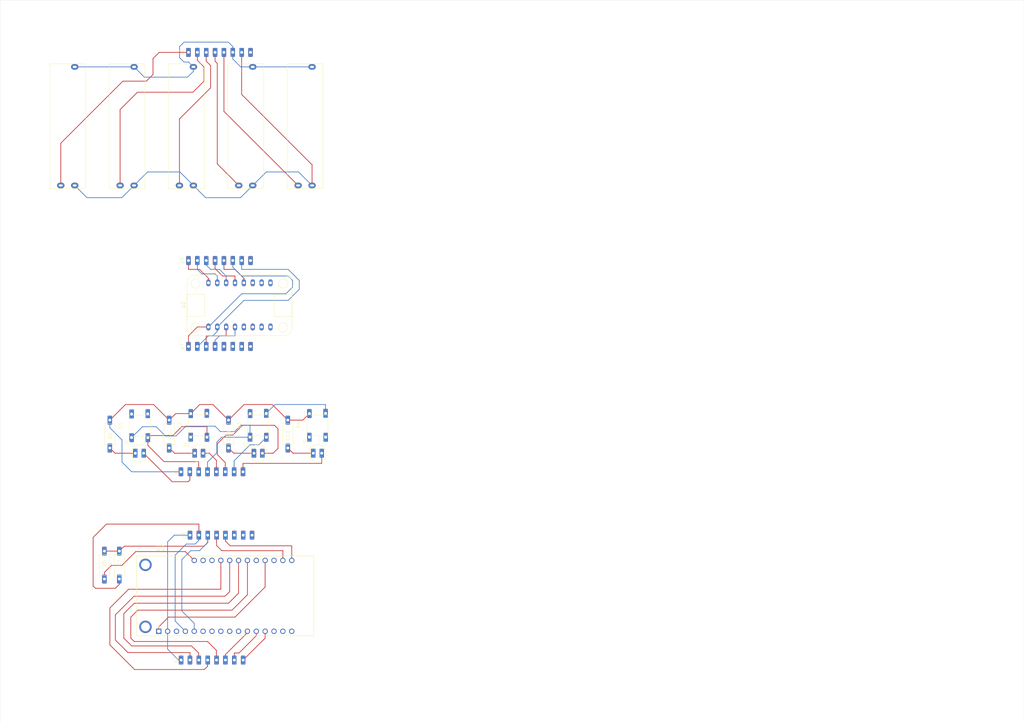
<source format=kicad_pcb>
(kicad_pcb (version 20241229) (generator "pcbnew") (generator_version "9.0")
  (layers (0 "F.Cu" signal) (4 "In1.Cu" signal) (6 "In2.Cu" signal) (2 "B.Cu" signal) (13 "F.Paste" user) (15 "B.Paste" user) (5 "F.SilkS" user "F.Silkscreen") (7 "B.SilkS" user "B.Silkscreen") (1 "F.Mask" user) (3 "B.Mask" user) (25 "Edge.Cuts" user))
  (net 0 "")
  (net 13 "Net-(U2-A0)")
  (net 14 "/3v")
  (net 15 "Net-(U2-A1)")
  (net 16 "Net-(U2-A2)")
  (net 17 "Net-(U2-A3)")
  (net 18 "Net-(U2-A4)")
  (net 19 "/GND")
  (net 20 "Net-(U1-ADC)")
  (net 21 "/VBAT")
  (net 22 "/SDA")
  (net 23 "/SCL")
  (net 24 "Net-(D1-P)")
  (net 25 "Net-(D2-P)")
  (net 26 "Net-(D3-P)")
  (net 27 "Net-(D4-P)")
  (net 30 "/D1")
  (net 31 "/D2")
  (net 32 "/D3")
  (net 33 "/D4")
  (net 34 "/S12")
  (net 35 "/TMP")
  (net 36 "/S34")
  (net 37 "/RST")
  (footprint "Adafruit:SWITCH_367" (layer "F.Cu") (at 41.91 123.312401 90)
    (property "Reference" "S1" (at 0 -5.5 90) (layer "F.SilkS") (effects (font (thickness 0.1))))
    (property "Value" "Mute1")
    (pad "1" thru_hole roundrect (at -3.408699 -2.340301 90) (size 2.54 1.27) (drill 0.8) (layers "*.Cu" "*.Mask") (roundrect_rratio 0.15) (net 35 "/TMP"))
    (pad "1" thru_hole roundrect (at 3.380729 -2.323701 90) (size 2.54 1.27) (drill 0.8) (layers "*.Cu" "*.Mask") (roundrect_rratio 0.15) (net 35 "/TMP"))
    (pad "2" thru_hole roundrect (at -3.433599 2.340918 90) (size 2.54 1.27) (drill 0.8) (layers "*.Cu" "*.Mask") (roundrect_rratio 0.15) (net 34 "/S12"))
    (pad "2" thru_hole roundrect (at 3.438829 2.307718 90) (size 2.54 1.27) (drill 0.8) (layers "*.Cu" "*.Mask") (roundrect_rratio 0.15) (net 34 "/S12"))
  )
  (footprint "SparkFun-Resistor:R_LinPot_C2031N" (layer "F.Cu") (at 70.295 54.418752 90)
    (property "Reference" "R4")
    (property "Value" "R_Pot_Slide35mm")
    (pad "1" thru_hole roundrect (at 0 4 90) (size 1.6 2.1) (drill oval 0.6 1.1) (layers "*.Cu" "*.Mask") (roundrect_rratio 0.5) (net 19 "/GND"))
    (pad "2" thru_hole roundrect (at 0 0 90) (size 1.6 2.1) (drill oval 0.6 1.1) (layers "*.Cu" "*.Mask") (roundrect_rratio 0.5) (net 17 "Net-(U2-A3)"))
    (pad "3" thru_hole roundrect (at 34 4 90) (size 1.6 2.1) (drill oval 0.6 1.1) (layers "*.Cu" "*.Mask") (roundrect_rratio 0.5) (net 14 "/3v"))
  )
  (footprint "Adafruit:SWITCH_367" (layer "F.Cu") (at 58.851 123.2 90)
    (property "Reference" "S2" (at 0 -5.5 90) (layer "F.SilkS") (effects (font (thickness 0.1))))
    (property "Value" "Mute2")
    (pad "1" thru_hole roundrect (at -3.408699 -2.340301 90) (size 2.54 1.27) (drill 0.8) (layers "*.Cu" "*.Mask") (roundrect_rratio 0.15) (net 14 "/3v"))
    (pad "1" thru_hole roundrect (at 3.380729 -2.323701 90) (size 2.54 1.27) (drill 0.8) (layers "*.Cu" "*.Mask") (roundrect_rratio 0.15) (net 14 "/3v"))
    (pad "2" thru_hole roundrect (at -3.433599 2.340918 90) (size 2.54 1.27) (drill 0.8) (layers "*.Cu" "*.Mask") (roundrect_rratio 0.15) (net 34 "/S12"))
    (pad "2" thru_hole roundrect (at 3.438829 2.307718 90) (size 2.54 1.27) (drill 0.8) (layers "*.Cu" "*.Mask") (roundrect_rratio 0.15) (net 34 "/S12"))
  )
  (footprint "Adafruit:LED_299" (layer "F.Cu") (at 58.851 131.2)
    (property "Reference" "D2" (at -3.5 -2.438158 0) (layer "F.SilkS") (effects (font (thickness 0.1))))
    (property "Value" "~")
    (pad "1" thru_hole roundrect (at -1.204734 0 90) (size 2.54 1.27) (drill 0.8) (layers "*.Cu" "*.Mask") (roundrect_rratio 0.15) (net 25 "Net-(D2-P)"))
    (pad "2" thru_hole roundrect (at 1.207809 0 90) (size 2.54 1.27) (drill 0.8) (layers "*.Cu" "*.Mask") (roundrect_rratio 0.15) (net 31 "/D2"))
  )
  (footprint "Adafruit:Resistor_2784" (layer "F.Cu") (at 84.351 125.7 -90)
    (property "Reference" "R11" (at 0.5 0 270) (layer "F.SilkS") (effects (font (thickness 0.1))))
    (property "Value" "330")
    (pad "1" thru_hole roundrect (at -4 0 270) (size 2.54 1.27) (drill 0.8) (layers "*.Cu" "*.Mask") (roundrect_rratio 0.15) (net 14 "/3v"))
    (pad "2" thru_hole roundrect (at 4 0 270) (size 2.54 1.27) (drill 0.8) (layers "*.Cu" "*.Mask") (roundrect_rratio 0.15) (net 27 "Net-(D4-P)"))
  )
  (footprint "Adafruit:LED_299" (layer "F.Cu") (at 75.851 131.2)
    (property "Reference" "D3" (at -3.5 -2.5 0) (layer "F.SilkS") (effects (font (thickness 0.1))))
    (property "Value" "~")
    (pad "1" thru_hole roundrect (at -1.204734 0 90) (size 2.54 1.27) (drill 0.8) (layers "*.Cu" "*.Mask") (roundrect_rratio 0.15) (net 26 "Net-(D3-P)"))
    (pad "2" thru_hole roundrect (at 1.207809 0 90) (size 2.54 1.27) (drill 0.8) (layers "*.Cu" "*.Mask") (roundrect_rratio 0.15) (net 32 "/D3"))
  )
  (footprint "Adafruit:Through Hole 0.1in 8 Pin" (layer "F.Cu") (at 53.766335 190.503382 90)
    (property "Reference" "p2" (at 0.003382 -1.696335 90) (layer "F.SilkS") (effects (font (thickness 0.1))))
    (property "Value" "~")
    (pad "1" thru_hole roundrect (at 0 0 270) (size 2.54 1.27) (drill 0.8) (layers "*.Cu" "*.Mask") (roundrect_rratio 0.15) (net 14 "/3v"))
    (pad "2" thru_hole roundrect (at 0.0166 2.541409 270) (size 2.54 1.27) (drill 0.8) (layers "*.Cu" "*.Mask") (roundrect_rratio 0.15) (net 30 "/D1"))
    (pad "3" thru_hole roundrect (at -0.001844 5.085151 270) (size 2.54 1.27) (drill 0.8) (layers "*.Cu" "*.Mask") (roundrect_rratio 0.15) (net 34 "/S12"))
    (pad "4" thru_hole roundrect (at 0 7.620504 270) (size 2.54 1.27) (drill 0.8) (layers "*.Cu" "*.Mask") (roundrect_rratio 0.15) (net 35 "/TMP"))
    (pad "5" thru_hole roundrect (at 0.003382 10.158161 270) (size 2.54 1.27) (drill 0.8) (layers "*.Cu" "*.Mask") (roundrect_rratio 0.15) (net 31 "/D2"))
    (pad "6" thru_hole roundrect (at 0.019982 12.69957 270) (size 2.54 1.27) (drill 0.8) (layers "*.Cu" "*.Mask") (roundrect_rratio 0.15) (net 32 "/D3"))
    (pad "7" thru_hole roundrect (at 0.001538 15.243312 270) (size 2.54 1.27) (drill 0.8) (layers "*.Cu" "*.Mask") (roundrect_rratio 0.15) (net 36 "/S34"))
    (pad "8" thru_hole roundrect (at 0.003382 17.778665 270) (size 2.54 1.27) (drill 0.8) (layers "*.Cu" "*.Mask") (roundrect_rratio 0.15) (net 33 "/D4"))
  )
  (footprint "SparkFun-Resistor:R_LinPot_C2031N" (layer "F.Cu") (at 19.295 54.418752 90)
    (property "Reference" "R1")
    (property "Value" "R_Pot_Slide35mm")
    (pad "1" thru_hole roundrect (at 0 4 90) (size 1.6 2.1) (drill oval 0.6 1.1) (layers "*.Cu" "*.Mask") (roundrect_rratio 0.5) (net 19 "/GND"))
    (pad "2" thru_hole roundrect (at 0 0 90) (size 1.6 2.1) (drill oval 0.6 1.1) (layers "*.Cu" "*.Mask") (roundrect_rratio 0.5) (net 13 "Net-(U2-A0)"))
    (pad "3" thru_hole roundrect (at 34 4 90) (size 1.6 2.1) (drill oval 0.6 1.1) (layers "*.Cu" "*.Mask") (roundrect_rratio 0.5) (net 14 "/3v"))
  )
  (footprint "SparkFun-Resistor:R_LinPot_C2031N" (layer "F.Cu") (at 53.295 54.418752 90)
    (property "Reference" "R3")
    (property "Value" "R_Pot_Slide35mm")
    (pad "1" thru_hole roundrect (at 0 4 90) (size 1.6 2.1) (drill oval 0.6 1.1) (layers "*.Cu" "*.Mask") (roundrect_rratio 0.5) (net 19 "/GND"))
    (pad "2" thru_hole roundrect (at 0 0 90) (size 1.6 2.1) (drill oval 0.6 1.1) (layers "*.Cu" "*.Mask") (roundrect_rratio 0.5) (net 16 "Net-(U2-A2)"))
    (pad "3" thru_hole roundrect (at 34 4 90) (size 1.6 2.1) (drill oval 0.6 1.1) (layers "*.Cu" "*.Mask") (roundrect_rratio 0.5) (net 14 "/3v"))
  )
  (footprint "Adafruit:XCVR_2821" (layer "F.Cu") (at 66.421 172.085)
    (property "Reference" "U1" (at -18.45375 -13.61757 0) (layer "F.SilkS") (effects (font (size 1.402945 1.402945))))
    (property "Value" "2821")
    (pad "" np_thru_hole circle (at 22.86 -9.525) (size 2.286 2.286) (drill 2.286) (layers "*.Cu" "*.Mask"))
    (pad "" np_thru_hole circle (at 22.86 9.525) (size 2.286 2.286) (drill 2.286) (layers "*.Cu" "*.Mask"))
    (pad "1" thru_hole rect (at -19.05 10.16) (size 1.508 1.508) (drill 1) (layers "*.Cu" "*.Mask") (net 37 "/RST"))
    (pad "2" thru_hole circle (at -16.51 10.16) (size 1.508 1.508) (drill 1) (layers "*.Cu" "*.Mask") (net 14 "/3v"))
    (pad "3" thru_hole circle (at -13.97 10.16) (size 1.508 1.508) (drill 1) (layers "*.Cu" "*.Mask"))
    (pad "4" thru_hole circle (at -11.43 10.16) (size 1.508 1.508) (drill 1) (layers "*.Cu" "*.Mask") (net 19 "/GND"))
    (pad "5" thru_hole circle (at -8.89 10.16) (size 1.508 1.508) (drill 1) (layers "*.Cu" "*.Mask") (net 20 "Net-(U1-ADC)"))
    (pad "6" thru_hole circle (at -6.35 10.16) (size 1.508 1.508) (drill 1) (layers "*.Cu" "*.Mask"))
    (pad "7" thru_hole circle (at -3.81 10.16) (size 1.508 1.508) (drill 1) (layers "*.Cu" "*.Mask"))
    (pad "8" thru_hole circle (at -1.27 10.16) (size 1.508 1.508) (drill 1) (layers "*.Cu" "*.Mask"))
    (pad "9" thru_hole circle (at 1.27 10.16) (size 1.508 1.508) (drill 1) (layers "*.Cu" "*.Mask"))
    (pad "10" thru_hole circle (at 3.81 10.16) (size 1.508 1.508) (drill 1) (layers "*.Cu" "*.Mask"))
    (pad "11" thru_hole circle (at 6.35 10.16) (size 1.508 1.508) (drill 1) (layers "*.Cu" "*.Mask") (net 32 "/D3"))
    (pad "12" thru_hole circle (at 8.89 10.16) (size 1.508 1.508) (drill 1) (layers "*.Cu" "*.Mask") (net 36 "/S34"))
    (pad "13" thru_hole circle (at 11.43 10.16) (size 1.508 1.508) (drill 1) (layers "*.Cu" "*.Mask") (net 33 "/D4"))
    (pad "14" thru_hole circle (at 13.97 10.16) (size 1.508 1.508) (drill 1) (layers "*.Cu" "*.Mask"))
    (pad "15" thru_hole circle (at 16.51 10.16) (size 1.508 1.508) (drill 1) (layers "*.Cu" "*.Mask"))
    (pad "16" thru_hole circle (at 19.05 10.16) (size 1.508 1.508) (drill 1) (layers "*.Cu" "*.Mask"))
    (pad "17" thru_hole circle (at -8.89 -10.16) (size 1.508 1.508) (drill 1) (layers "*.Cu" "*.Mask") (net 21 "/VBAT"))
    (pad "18" thru_hole circle (at -6.35 -10.16) (size 1.508 1.508) (drill 1) (layers "*.Cu" "*.Mask"))
    (pad "19" thru_hole circle (at -3.81 -10.16) (size 1.508 1.508) (drill 1) (layers "*.Cu" "*.Mask"))
    (pad "20" thru_hole circle (at -1.27 -10.16) (size 1.508 1.508) (drill 1) (layers "*.Cu" "*.Mask") (net 35 "/TMP"))
    (pad "21" thru_hole circle (at 1.27 -10.16) (size 1.508 1.508) (drill 1) (layers "*.Cu" "*.Mask") (net 30 "/D1"))
    (pad "22" thru_hole circle (at 3.81 -10.16) (size 1.508 1.508) (drill 1) (layers "*.Cu" "*.Mask") (net 34 "/S12"))
    (pad "23" thru_hole circle (at 6.35 -10.16) (size 1.508 1.508) (drill 1) (layers "*.Cu" "*.Mask") (net 31 "/D2"))
    (pad "24" thru_hole circle (at 8.89 -10.16) (size 1.508 1.508) (drill 1) (layers "*.Cu" "*.Mask"))
    (pad "25" thru_hole circle (at 11.43 -10.16) (size 1.508 1.508) (drill 1) (layers "*.Cu" "*.Mask") (net 37 "/RST"))
    (pad "26" thru_hole circle (at 13.97 -10.16) (size 1.508 1.508) (drill 1) (layers "*.Cu" "*.Mask"))
    (pad "27" thru_hole circle (at 16.51 -10.16) (size 1.508 1.508) (drill 1) (layers "*.Cu" "*.Mask") (net 23 "/SCL"))
    (pad "28" thru_hole circle (at 19.05 -10.16) (size 1.508 1.508) (drill 1) (layers "*.Cu" "*.Mask") (net 22 "/SDA"))
    (pad "S1" thru_hole circle (at -22.86 8.89) (size 3.556 3.556) (drill 2.54) (layers "*.Cu" "*.Mask"))
    (pad "S2" thru_hole circle (at -22.86 -8.89) (size 3.556 3.556) (drill 2.54) (layers "*.Cu" "*.Mask"))
  )
  (footprint "Adafruit:Through Hole 0.1in 8 Pin" (layer "F.Cu") (at 55.881335 75.949382 90)
    (property "Reference" "p5" (at 0 -1.906335 90) (layer "F.SilkS") (effects (font (thickness 0.1))))
    (property "Value" "~")
    (pad "1" thru_hole roundrect (at 0 0 270) (size 2.54 1.27) (drill 0.8) (layers "*.Cu" "*.Mask") (roundrect_rratio 0.15) (net 13 "Net-(U2-A0)"))
    (pad "2" thru_hole roundrect (at 0.0166 2.541409 270) (size 2.54 1.27) (drill 0.8) (layers "*.Cu" "*.Mask") (roundrect_rratio 0.15) (net 15 "Net-(U2-A1)"))
    (pad "3" thru_hole roundrect (at -0.001844 5.085151 270) (size 2.54 1.27) (drill 0.8) (layers "*.Cu" "*.Mask") (roundrect_rratio 0.15) (net 16 "Net-(U2-A2)"))
    (pad "4" thru_hole roundrect (at 0 7.620504 270) (size 2.54 1.27) (drill 0.8) (layers "*.Cu" "*.Mask") (roundrect_rratio 0.15) (net 17 "Net-(U2-A3)"))
    (pad "5" thru_hole roundrect (at 0.003382 10.158161 270) (size 2.54 1.27) (drill 0.8) (layers "*.Cu" "*.Mask") (roundrect_rratio 0.15) (net 18 "Net-(U2-A4)"))
    (pad "6" thru_hole roundrect (at 0.019982 12.69957 270) (size 2.54 1.27) (drill 0.8) (layers "*.Cu" "*.Mask") (roundrect_rratio 0.15) (net 14 "/3v"))
    (pad "7" thru_hole roundrect (at 0.001538 15.243312 270) (size 2.54 1.27) (drill 0.8) (layers "*.Cu" "*.Mask") (roundrect_rratio 0.15) (net 19 "/GND"))
    (pad "8" thru_hole roundrect (at 0.003382 17.778665 270) (size 2.54 1.27) (drill 0.8) (layers "*.Cu" "*.Mask") (roundrect_rratio 0.15))
  )
  (footprint "SparkFun-Resistor:R_LinPot_C2031N" (layer "F.Cu") (at 87.295 54.418752 90)
    (property "Reference" "R5")
    (property "Value" "R_Pot_Slide35mm")
    (pad "1" thru_hole roundrect (at 0 4 90) (size 1.6 2.1) (drill oval 0.6 1.1) (layers "*.Cu" "*.Mask") (roundrect_rratio 0.5) (net 19 "/GND"))
    (pad "2" thru_hole roundrect (at 0 0 90) (size 1.6 2.1) (drill oval 0.6 1.1) (layers "*.Cu" "*.Mask") (roundrect_rratio 0.5) (net 18 "Net-(U2-A4)"))
    (pad "3" thru_hole roundrect (at 34 4 90) (size 1.6 2.1) (drill oval 0.6 1.1) (layers "*.Cu" "*.Mask") (roundrect_rratio 0.5) (net 14 "/3v"))
  )
  (footprint "Adafruit:Resistor_2784" (layer "F.Cu") (at 36.068 163.258 90)
    (property "Reference" "R7" (at 0.5 0 90) (layer "F.SilkS") (effects (font (thickness 0.1))))
    (property "Value" "220K")
    (pad "1" thru_hole roundrect (at -4 0 90) (size 2.54 1.27) (drill 0.8) (layers "*.Cu" "*.Mask") (roundrect_rratio 0.15) (net 19 "/GND"))
    (pad "2" thru_hole roundrect (at 4 0 90) (size 2.54 1.27) (drill 0.8) (layers "*.Cu" "*.Mask") (roundrect_rratio 0.15) (net 20 "Net-(U1-ADC)"))
  )
  (footprint "Adafruit:Through Hole 0.1in 8 Pin" (layer "F.Cu") (at 56.316335 154.689382 90)
    (property "Reference" "p3" (at 0 -1.706335 90) (layer "F.SilkS") (effects (font (thickness 0.1))))
    (property "Value" "~")
    (pad "1" thru_hole roundrect (at 0 0 270) (size 2.54 1.27) (drill 0.8) (layers "*.Cu" "*.Mask") (roundrect_rratio 0.15) (net 14 "/3v"))
    (pad "2" thru_hole roundrect (at 0.0166 2.541409 270) (size 2.54 1.27) (drill 0.8) (layers "*.Cu" "*.Mask") (roundrect_rratio 0.15) (net 19 "/GND"))
    (pad "3" thru_hole roundrect (at -0.001844 5.085151 270) (size 2.54 1.27) (drill 0.8) (layers "*.Cu" "*.Mask") (roundrect_rratio 0.15) (net 20 "Net-(U1-ADC)"))
    (pad "4" thru_hole roundrect (at 0 7.620504 270) (size 2.54 1.27) (drill 0.8) (layers "*.Cu" "*.Mask") (roundrect_rratio 0.15) (net 23 "/SCL"))
    (pad "5" thru_hole roundrect (at 0.003382 10.158161 270) (size 2.54 1.27) (drill 0.8) (layers "*.Cu" "*.Mask") (roundrect_rratio 0.15) (net 22 "/SDA"))
    (pad "6" thru_hole roundrect (at 0.019982 12.69957 270) (size 2.54 1.27) (drill 0.8) (layers "*.Cu" "*.Mask") (roundrect_rratio 0.15))
    (pad "7" thru_hole roundrect (at 0.001538 15.243312 270) (size 2.54 1.27) (drill 0.8) (layers "*.Cu" "*.Mask") (roundrect_rratio 0.15))
    (pad "8" thru_hole roundrect (at 0.003382 17.778665 270) (size 2.54 1.27) (drill 0.8) (layers "*.Cu" "*.Mask") (roundrect_rratio 0.15))
  )
  (footprint "Adafruit:Through Hole 0.1in 8 Pin" (layer "F.Cu") (at 55.881335 16.259382 90)
    (property "Reference" "p6" (at 0 -1.906335 90) (layer "F.SilkS") (effects (font (thickness 0.1))))
    (property "Value" "~")
    (pad "1" thru_hole roundrect (at 0 0 270) (size 2.54 1.27) (drill 0.8) (layers "*.Cu" "*.Mask") (roundrect_rratio 0.15) (net 13 "Net-(U2-A0)"))
    (pad "2" thru_hole roundrect (at 0.0166 2.541409 270) (size 2.54 1.27) (drill 0.8) (layers "*.Cu" "*.Mask") (roundrect_rratio 0.15) (net 15 "Net-(U2-A1)"))
    (pad "3" thru_hole roundrect (at -0.001844 5.085151 270) (size 2.54 1.27) (drill 0.8) (layers "*.Cu" "*.Mask") (roundrect_rratio 0.15) (net 16 "Net-(U2-A2)"))
    (pad "4" thru_hole roundrect (at 0 7.620504 270) (size 2.54 1.27) (drill 0.8) (layers "*.Cu" "*.Mask") (roundrect_rratio 0.15) (net 17 "Net-(U2-A3)"))
    (pad "5" thru_hole roundrect (at 0.003382 10.158161 270) (size 2.54 1.27) (drill 0.8) (layers "*.Cu" "*.Mask") (roundrect_rratio 0.15) (net 18 "Net-(U2-A4)"))
    (pad "6" thru_hole roundrect (at 0.019982 12.69957 270) (size 2.54 1.27) (drill 0.8) (layers "*.Cu" "*.Mask") (roundrect_rratio 0.15) (net 14 "/3v"))
    (pad "7" thru_hole roundrect (at 0.001538 15.243312 270) (size 2.54 1.27) (drill 0.8) (layers "*.Cu" "*.Mask") (roundrect_rratio 0.15) (net 19 "/GND"))
    (pad "8" thru_hole roundrect (at 0.003382 17.778665 270) (size 2.54 1.27) (drill 0.8) (layers "*.Cu" "*.Mask") (roundrect_rratio 0.15))
  )
  (footprint "Adafruit:Resistor_2784" (layer "F.Cu") (at 50.351 125.7 -90)
    (property "Reference" "R9" (at 0.5 0 270) (layer "F.SilkS") (effects (font (thickness 0.1))))
    (property "Value" "330")
    (pad "1" thru_hole roundrect (at -4 0 270) (size 2.54 1.27) (drill 0.8) (layers "*.Cu" "*.Mask") (roundrect_rratio 0.15) (net 14 "/3v"))
    (pad "2" thru_hole roundrect (at 4 0 270) (size 2.54 1.27) (drill 0.8) (layers "*.Cu" "*.Mask") (roundrect_rratio 0.15) (net 25 "Net-(D2-P)"))
  )
  (footprint "Adafruit:LED_299" (layer "F.Cu") (at 92.851 131.188158)
    (property "Reference" "D4" (at -3.292191 -3.385526 0) (layer "F.SilkS") (effects (font (thickness 0.1))))
    (property "Value" "~")
    (pad "1" thru_hole roundrect (at -1.204734 0 90) (size 2.54 1.27) (drill 0.8) (layers "*.Cu" "*.Mask") (roundrect_rratio 0.15) (net 27 "Net-(D4-P)"))
    (pad "2" thru_hole roundrect (at 1.207809 0 90) (size 2.54 1.27) (drill 0.8) (layers "*.Cu" "*.Mask") (roundrect_rratio 0.15) (net 33 "/D4"))
  )
  (footprint "Adafruit:Resistor_2784" (layer "F.Cu") (at 67.351 125.7 -90)
    (property "Reference" "R10" (at 0.5 0 270) (layer "F.SilkS") (effects (font (thickness 0.1))))
    (property "Value" "330")
    (pad "1" thru_hole roundrect (at -4 0 270) (size 2.54 1.27) (drill 0.8) (layers "*.Cu" "*.Mask") (roundrect_rratio 0.15) (net 14 "/3v"))
    (pad "2" thru_hole roundrect (at 4 0 270) (size 2.54 1.27) (drill 0.8) (layers "*.Cu" "*.Mask") (roundrect_rratio 0.15) (net 26 "Net-(D3-P)"))
  )
  (footprint "Adafruit:Through Hole 0.1in 8 Pin" (layer "F.Cu") (at 53.722335 136.528382 90)
    (property "Reference" "p1" (at 0 -1.652335 90) (layer "F.SilkS") (effects (font (thickness 0.1))))
    (property "Value" "~")
    (pad "1" thru_hole roundrect (at 0 0 270) (size 2.54 1.27) (drill 0.8) (layers "*.Cu" "*.Mask") (roundrect_rratio 0.15) (net 14 "/3v"))
    (pad "2" thru_hole roundrect (at 0.0166 2.541409 270) (size 2.54 1.27) (drill 0.8) (layers "*.Cu" "*.Mask") (roundrect_rratio 0.15) (net 30 "/D1"))
    (pad "3" thru_hole roundrect (at -0.001844 5.085151 270) (size 2.54 1.27) (drill 0.8) (layers "*.Cu" "*.Mask") (roundrect_rratio 0.15) (net 34 "/S12"))
    (pad "4" thru_hole roundrect (at 0 7.620504 270) (size 2.54 1.27) (drill 0.8) (layers "*.Cu" "*.Mask") (roundrect_rratio 0.15) (net 35 "/TMP"))
    (pad "5" thru_hole roundrect (at 0.003382 10.158161 270) (size 2.54 1.27) (drill 0.8) (layers "*.Cu" "*.Mask") (roundrect_rratio 0.15) (net 31 "/D2"))
    (pad "6" thru_hole roundrect (at 0.019982 12.69957 270) (size 2.54 1.27) (drill 0.8) (layers "*.Cu" "*.Mask") (roundrect_rratio 0.15) (net 32 "/D3"))
    (pad "7" thru_hole roundrect (at 0.001538 15.243312 270) (size 2.54 1.27) (drill 0.8) (layers "*.Cu" "*.Mask") (roundrect_rratio 0.15) (net 36 "/S34"))
    (pad "8" thru_hole roundrect (at 0.003382 17.778665 270) (size 2.54 1.27) (drill 0.8) (layers "*.Cu" "*.Mask") (roundrect_rratio 0.15) (net 33 "/D4"))
  )
  (footprint "Adafruit:Through Hole 0.1in 8 Pin" (layer "F.Cu") (at 55.88 100.584 90)
    (property "Reference" "p4" (at 0 -1.901688 90) (layer "F.SilkS") (effects (font (thickness 0.1))))
    (property "Value" "~")
    (pad "1" thru_hole roundrect (at 0 0 270) (size 2.54 1.27) (drill 0.8) (layers "*.Cu" "*.Mask") (roundrect_rratio 0.15) (net 14 "/3v"))
    (pad "2" thru_hole roundrect (at 0.0166 2.541409 270) (size 2.54 1.27) (drill 0.8) (layers "*.Cu" "*.Mask") (roundrect_rratio 0.15) (net 19 "/GND"))
    (pad "3" thru_hole roundrect (at -0.001844 5.085151 270) (size 2.54 1.27) (drill 0.8) (layers "*.Cu" "*.Mask") (roundrect_rratio 0.15) (net 23 "/SCL"))
    (pad "4" thru_hole roundrect (at 0 7.620504 270) (size 2.54 1.27) (drill 0.8) (layers "*.Cu" "*.Mask") (roundrect_rratio 0.15) (net 22 "/SDA"))
    (pad "5" thru_hole roundrect (at 0.003382 10.158161 270) (size 2.54 1.27) (drill 0.8) (layers "*.Cu" "*.Mask") (roundrect_rratio 0.15))
    (pad "6" thru_hole roundrect (at 0.019982 12.69957 270) (size 2.54 1.27) (drill 0.8) (layers "*.Cu" "*.Mask") (roundrect_rratio 0.15))
    (pad "7" thru_hole roundrect (at 0.001538 15.243312 270) (size 2.54 1.27) (drill 0.8) (layers "*.Cu" "*.Mask") (roundrect_rratio 0.15))
    (pad "8" thru_hole roundrect (at 0.003382 17.778665 270) (size 2.54 1.27) (drill 0.8) (layers "*.Cu" "*.Mask") (roundrect_rratio 0.15))
  )
  (footprint "Adafruit:SWITCH_367" (layer "F.Cu") (at 75.851 123.2 90)
    (property "Reference" "S3" (at 0 -5.5 90) (layer "F.SilkS") (effects (font (thickness 0.1))))
    (property "Value" "Mute3")
    (pad "1" thru_hole roundrect (at -3.408699 -2.340301 90) (size 2.54 1.27) (drill 0.8) (layers "*.Cu" "*.Mask") (roundrect_rratio 0.15) (net 35 "/TMP"))
    (pad "1" thru_hole roundrect (at 3.380729 -2.323701 90) (size 2.54 1.27) (drill 0.8) (layers "*.Cu" "*.Mask") (roundrect_rratio 0.15) (net 35 "/TMP"))
    (pad "2" thru_hole roundrect (at -3.433599 2.340918 90) (size 2.54 1.27) (drill 0.8) (layers "*.Cu" "*.Mask") (roundrect_rratio 0.15) (net 36 "/S34"))
    (pad "2" thru_hole roundrect (at 3.438829 2.307718 90) (size 2.54 1.27) (drill 0.8) (layers "*.Cu" "*.Mask") (roundrect_rratio 0.15) (net 36 "/S34"))
  )
  (footprint "Adafruit:Resistor_2784" (layer "F.Cu") (at 33.351 125.7 -90)
    (property "Reference" "R8" (at 0.5 0 270) (layer "F.SilkS") (effects (font (thickness 0.1))))
    (property "Value" "330")
    (pad "1" thru_hole roundrect (at -4 0 270) (size 2.54 1.27) (drill 0.8) (layers "*.Cu" "*.Mask") (roundrect_rratio 0.15) (net 14 "/3v"))
    (pad "2" thru_hole roundrect (at 4 0 270) (size 2.54 1.27) (drill 0.8) (layers "*.Cu" "*.Mask") (roundrect_rratio 0.15) (net 24 "Net-(D1-P)"))
  )
  (footprint "Adafruit:LED_299" (layer "F.Cu") (at 41.851 131.2)
    (property "Reference" "D1" (at -3.292191 -3 0) (layer "F.SilkS") (effects (font (thickness 0.1))))
    (property "Value" "~")
    (pad "1" thru_hole roundrect (at -1.204734 0 90) (size 2.54 1.27) (drill 0.8) (layers "*.Cu" "*.Mask") (roundrect_rratio 0.15) (net 24 "Net-(D1-P)"))
    (pad "2" thru_hole roundrect (at 1.207809 0 90) (size 2.54 1.27) (drill 0.8) (layers "*.Cu" "*.Mask") (roundrect_rratio 0.15) (net 30 "/D1"))
  )
  (footprint "SparkFun-Resistor:R_LinPot_C2031N" (layer "F.Cu") (at 36.295 54.418752 90)
    (property "Reference" "R2")
    (property "Value" "R_Pot_Slide35mm")
    (pad "1" thru_hole roundrect (at 0 4 90) (size 1.6 2.1) (drill oval 0.6 1.1) (layers "*.Cu" "*.Mask") (roundrect_rratio 0.5) (net 19 "/GND"))
    (pad "2" thru_hole roundrect (at 0 0 90) (size 1.6 2.1) (drill oval 0.6 1.1) (layers "*.Cu" "*.Mask") (roundrect_rratio 0.5) (net 15 "Net-(U2-A1)"))
    (pad "3" thru_hole roundrect (at 34 4 90) (size 1.6 2.1) (drill oval 0.6 1.1) (layers "*.Cu" "*.Mask") (roundrect_rratio 0.5) (net 14 "/3v"))
  )
  (footprint "Adafruit:ADC_5836" (layer "F.Cu") (at 55.455568 80.125773)
    (property "Reference" "U2" (at -1 8.5 90) (layer "F.SilkS"))
    (property "Value" "5836")
    (pad "1" thru_hole oval (at 6.14228 2.207475) (size 1.2 2) (drill 0.8) (layers "*.Cu" "*.Mask") (net 13 "Net-(U2-A0)"))
    (pad "2" thru_hole oval (at 8.68228 2.207475) (size 1.2 2) (drill 0.8) (layers "*.Cu" "*.Mask") (net 15 "Net-(U2-A1)"))
    (pad "3" thru_hole oval (at 11.22228 2.207475) (size 1.2 2) (drill 0.8) (layers "*.Cu" "*.Mask") (net 16 "Net-(U2-A2)"))
    (pad "4" thru_hole oval (at 13.76228 2.207475) (size 1.2 2) (drill 0.8) (layers "*.Cu" "*.Mask") (net 17 "Net-(U2-A3)"))
    (pad "5" thru_hole oval (at 16.30228 2.207475) (size 1.2 2) (drill 0.8) (layers "*.Cu" "*.Mask") (net 18 "Net-(U2-A4)"))
    (pad "6" thru_hole oval (at 18.84228 2.207475) (size 1.2 2) (drill 0.8) (layers "*.Cu" "*.Mask"))
    (pad "7" thru_hole oval (at 21.38228 2.207475) (size 1.2 2) (drill 0.8) (layers "*.Cu" "*.Mask"))
    (pad "8" thru_hole oval (at 23.92228 2.207475) (size 1.2 2) (drill 0.8) (layers "*.Cu" "*.Mask"))
    (pad "9" thru_hole oval (at 23.919432 14.870227) (size 1.2 2) (drill 0.8) (layers "*.Cu" "*.Mask"))
    (pad "10" thru_hole oval (at 21.379432 14.870227) (size 1.2 2) (drill 0.8) (layers "*.Cu" "*.Mask"))
    (pad "11" thru_hole oval (at 18.839432 14.870227) (size 1.2 2) (drill 0.8) (layers "*.Cu" "*.Mask"))
    (pad "12" thru_hole oval (at 16.299432 14.870227) (size 1.2 2) (drill 0.8) (layers "*.Cu" "*.Mask"))
    (pad "13" thru_hole oval (at 13.759432 14.870227) (size 1.2 2) (drill 0.8) (layers "*.Cu" "*.Mask") (net 22 "/SDA"))
    (pad "14" thru_hole oval (at 11.219432 14.870227) (size 1.2 2) (drill 0.8) (layers "*.Cu" "*.Mask") (net 23 "/SCL"))
    (pad "15" thru_hole oval (at 8.679432 14.870227) (size 1.2 2) (drill 0.8) (layers "*.Cu" "*.Mask") (net 19 "/GND"))
    (pad "16" thru_hole oval (at 6.139432 14.870227) (size 1.2 2) (drill 0.8) (layers "*.Cu" "*.Mask") (net 14 "/3v"))
  )
  (footprint "Adafruit:Resistor_2784" (layer "F.Cu") (at 31.795 163.258 90)
    (property "Reference" "R6" (at 0.5 0 90) (layer "F.SilkS") (effects (font (thickness 0.1))))
    (property "Value" "1M")
    (pad "1" thru_hole roundrect (at -4 0 90) (size 2.54 1.27) (drill 0.8) (layers "*.Cu" "*.Mask") (roundrect_rratio 0.15) (net 21 "/VBAT"))
    (pad "2" thru_hole roundrect (at 4 0 90) (size 2.54 1.27) (drill 0.8) (layers "*.Cu" "*.Mask") (roundrect_rratio 0.15) (net 20 "Net-(U1-ADC)"))
  )
  (footprint "Adafruit:SWITCH_367" (layer "F.Cu") (at 92.851 123.188158 90)
    (property "Reference" "S4" (at 0 -5.5 90) (layer "F.SilkS") (effects (font (thickness 0.1))))
    (property "Value" "Mute4")
    (pad "1" thru_hole roundrect (at -3.408699 -2.340301 90) (size 2.54 1.27) (drill 0.8) (layers "*.Cu" "*.Mask") (roundrect_rratio 0.15) (net 14 "/3v"))
    (pad "1" thru_hole roundrect (at 3.380729 -2.323701 90) (size 2.54 1.27) (drill 0.8) (layers "*.Cu" "*.Mask") (roundrect_rratio 0.15) (net 14 "/3v"))
    (pad "2" thru_hole roundrect (at -3.433599 2.340918 90) (size 2.54 1.27) (drill 0.8) (layers "*.Cu" "*.Mask") (roundrect_rratio 0.15) (net 36 "/S34"))
    (pad "2" thru_hole roundrect (at 3.438829 2.307718 90) (size 2.54 1.27) (drill 0.8) (layers "*.Cu" "*.Mask") (roundrect_rratio 0.15) (net 36 "/S34"))
  )
  (gr_rect (start 1.905 1.27) (end 295.275 208.28) (stroke (width 0.05)) (fill no) (layer "Edge.Cuts"))
  (segment (start 59.055 78.486) (end 55.881335 78.486) (width 0.2) (layer "F.Cu") (net 13))
  (segment (start 37.084 24.511) (end 43.815 24.511) (width 0.2) (layer "F.Cu") (net 13))
  (segment (start 61.597848 82.333248) (end 61.597848 81.028848) (width 0.2) (layer "F.Cu") (net 13))
  (segment (start 55.881335 78.486) (end 55.881335 75.949382) (width 0.2) (layer "F.Cu") (net 13))
  (segment (start 47.494618 16.259382) (end 55.881335 16.259382) (width 0.2) (layer "F.Cu") (net 13))
  (segment (start 61.597848 81.028848) (end 59.055 78.486) (width 0.2) (layer "F.Cu") (net 13))
  (segment (start 43.815 24.511) (end 45.72 22.606) (width 0.2) (layer "F.Cu") (net 13))
  (segment (start 19.295 42.3) (end 37.084 24.511) (width 0.2) (layer "F.Cu") (net 13))
  (segment (start 19.295 54.418752) (end 19.295 42.3) (width 0.2) (layer "F.Cu") (net 13))
  (segment (start 45.72 22.606) (end 45.72 18.034) (width 0.2) (layer "F.Cu") (net 13))
  (segment (start 45.72 18.034) (end 47.494618 16.259382) (width 0.2) (layer "F.Cu") (net 13))
  (segment (start 59.12557 117.221) (end 62.872 117.221) (width 0.2) (layer "F.Cu") (net 14))
  (segment (start 84.351 121.7) (end 88.634728 121.7) (width 0.2) (layer "F.Cu") (net 14))
  (segment (start 61.595 94.996) (end 58.42 94.996) (width 0.2) (layer "F.Cu") (net 14))
  (segment (start 79.872 117.221) (end 71.83 117.221) (width 0.2) (layer "F.Cu") (net 14))
  (segment (start 62.872 117.221) (end 67.351 121.7) (width 0.2) (layer "F.Cu") (net 14))
  (segment (start 55.88 97.536) (end 55.88 100.584) (width 0.2) (layer "F.Cu") (net 14))
  (segment (start 52.231729 119.819271) (end 56.527299 119.819271) (width 0.2) (layer "F.Cu") (net 14))
  (segment (start 50.351 121.7) (end 52.231729 119.819271) (width 0.2) (layer "F.Cu") (net 14))
  (segment (start 37.83 117.221) (end 33.351 121.7) (width 0.2) (layer "F.Cu") (net 14))
  (segment (start 50.351 121.7) (end 45.872 117.221) (width 0.2) (layer "F.Cu") (net 14))
  (segment (start 45.872 117.221) (end 37.83 117.221) (width 0.2) (layer "F.Cu") (net 14))
  (segment (start 58.42 94.996) (end 55.88 97.536) (width 0.2) (layer "F.Cu") (net 14))
  (segment (start 88.634728 121.7) (end 90.527299 119.807429) (width 0.2) (layer "F.Cu") (net 14))
  (segment (start 56.527299 119.819271) (end 59.12557 117.221) (width 0.2) (layer "F.Cu") (net 14))
  (segment (start 71.83 117.221) (end 67.351 121.7) (width 0.2) (layer "F.Cu") (net 14))
  (segment (start 84.351 121.7) (end 79.872 117.221) (width 0.2) (layer "F.Cu") (net 14))
  (segment (start 51.812618 154.689382) (end 56.316335 154.689382) (width 0.2) (layer "B.Cu") (net 14))
  (segment (start 33.351 123.902) (end 33.351 121.7) (width 0.2) (layer "B.Cu") (net 14))
  (segment (start 67.31 13.335) (end 54.61 13.335) (width 0.2) (layer "B.Cu") (net 14))
  (segment (start 55.926248 19.05) (end 57.295 20.418752) (width 0.2) (layer "B.Cu") (net 14))
  (segment (start 70.839562 20.418752) (end 74.295 20.418752) (width 0.2) (layer "B.Cu") (net 14))
  (segment (start 61.595 94.996) (end 71.12 85.471) (width 0.2) (layer "B.Cu") (net 14))
  (segment (start 49.911 182.245) (end 49.911 156.591) (width 0.2) (layer "B.Cu") (net 14))
  (segment (start 49.911 156.591) (end 51.812618 154.689382) (width 0.2) (layer "B.Cu") (net 14))
  (segment (start 53.722335 136.528382) (end 39.627382 136.528382) (width 0.2) (layer "B.Cu") (net 14))
  (segment (start 68.580905 16.2394) (end 68.580905 18.160095) (width 0.2) (layer "B.Cu") (net 14))
  (segment (start 85.725 81.661) (end 84.455 80.391) (width 0.2) (layer "B.Cu") (net 14))
  (segment (start 74.295 20.418752) (end 91.295 20.418752) (width 0.2) (layer "B.Cu") (net 14))
  (segment (start 40.295 20.418752) (end 23.295 20.418752) (width 0.2) (layer "B.Cu") (net 14))
  (segment (start 85.725 83.566) (end 85.725 81.661) (width 0.2) (layer "B.Cu") (net 14))
  (segment (start 71.12 80.391) (end 68.580905 77.851905) (width 0.2) (layer "B.Cu") (net 14))
  (segment (start 55.626 23.368) (end 57.295 21.699) (width 0.2) (layer "B.Cu") (net 14))
  (segment (start 49.911 187.367523) (end 53.046859 190.503382) (width 0.2) (layer "B.Cu") (net 14))
  (segment (start 68.580905 77.851905) (end 68.580905 75.9294) (width 0.2) (layer "B.Cu") (net 14))
  (segment (start 71.12 85.471) (end 83.82 85.471) (width 0.2) (layer "B.Cu") (net 14))
  (segment (start 68.580905 18.160095) (end 70.839562 20.418752) (width 0.2) (layer "B.Cu") (net 14))
  (segment (start 36.83 127.381) (end 33.351 123.902) (width 0.2) (layer "B.Cu") (net 14))
  (segment (start 53.34 14.605) (end 53.34 17.78) (width 0.2) (layer "B.Cu") (net 14))
  (segment (start 83.82 85.471) (end 85.725 83.566) (width 0.2) (layer "B.Cu") (net 14))
  (segment (start 57.295 21.699) (end 57.295 20.418752) (width 0.2) (layer "B.Cu") (net 14))
  (segment (start 36.83 133.731) (end 36.83 127.381) (width 0.2) (layer "B.Cu") (net 14))
  (segment (start 54.61 19.05) (end 55.926248 19.05) (width 0.2) (layer "B.Cu") (net 14))
  (segment (start 40.295 20.418752) (end 43.244248 23.368) (width 0.2) (layer "B.Cu") (net 14))
  (segment (start 68.580905 14.605905) (end 67.31 13.335) (width 0.2) (layer "B.Cu") (net 14))
  (segment (start 49.911 182.245) (end 49.911 187.367523) (width 0.2) (layer "B.Cu") (net 14))
  (segment (start 39.627382 136.528382) (end 36.83 133.731) (width 0.2) (layer "B.Cu") (net 14))
  (segment (start 43.244248 23.368) (end 55.626 23.368) (width 0.2) (layer "B.Cu") (net 14))
  (segment (start 68.580905 16.2394) (end 68.580905 14.605905) (width 0.2) (layer "B.Cu") (net 14))
  (segment (start 53.046859 190.503382) (end 53.766335 190.503382) (width 0.2) (layer "B.Cu") (net 14))
  (segment (start 53.34 17.78) (end 54.61 19.05) (width 0.2) (layer "B.Cu") (net 14))
  (segment (start 84.455 80.391) (end 71.12 80.391) (width 0.2) (layer "B.Cu") (net 14))
  (segment (start 54.61 13.335) (end 53.34 14.605) (width 0.2) (layer "B.Cu") (net 14))
  (segment (start 58.422744 18.544744) (end 60.325 20.447) (width 0.2) (layer "F.Cu") (net 15))
  (segment (start 36.295 32.666) (end 41.275 27.686) (width 0.2) (layer "F.Cu") (net 15))
  (segment (start 57.15 27.686) (end 60.325 24.511) (width 0.2) (layer "F.Cu") (net 15))
  (segment (start 41.275 27.686) (end 57.15 27.686) (width 0.2) (layer "F.Cu") (net 15))
  (segment (start 36.295 54.418752) (end 36.295 32.666) (width 0.2) (layer "F.Cu") (net 15))
  (segment (start 58.422744 16.242782) (end 58.422744 18.544744) (width 0.2) (layer "F.Cu") (net 15))
  (segment (start 60.325 24.511) (end 60.325 20.447) (width 0.2) (layer "F.Cu") (net 15))
  (segment (start 58.422744 78.488744) (end 58.422744 75.932782) (width 0.2) (layer "B.Cu") (net 15))
  (segment (start 64.137848 82.333248) (end 64.137848 80.393848) (width 0.2) (layer "B.Cu") (net 15))
  (segment (start 63.5 79.756) (end 59.69 79.756) (width 0.2) (layer "B.Cu") (net 15))
  (segment (start 59.69 79.756) (end 58.422744 78.488744) (width 0.2) (layer "B.Cu") (net 15))
  (segment (start 64.137848 80.393848) (end 63.5 79.756) (width 0.2) (layer "B.Cu") (net 15))
  (segment (start 60.966486 18.789514) (end 60.966486 16.261226) (width 0.2) (layer "F.Cu") (net 16))
  (segment (start 53.295 35.351) (end 62.23 26.416) (width 0.2) (layer "F.Cu") (net 16))
  (segment (start 62.23 26.416) (end 62.23 20.053028) (width 0.2) (layer "F.Cu") (net 16))
  (segment (start 53.295 54.418752) (end 53.295 35.351) (width 0.2) (layer "F.Cu") (net 16))
  (segment (start 62.23 20.053028) (end 60.966486 18.789514) (width 0.2) (layer "F.Cu") (net 16))
  (segment (start 66.677848 80.393848) (end 64.77 78.486) (width 0.2) (layer "B.Cu") (net 16))
  (segment (start 62.23 78.486) (end 60.966486 77.222486) (width 0.2) (layer "B.Cu") (net 16))
  (segment (start 60.966486 77.222486) (end 60.966486 75.951226) (width 0.2) (layer "B.Cu") (net 16))
  (segment (start 66.677848 82.333248) (end 66.677848 80.393848) (width 0.2) (layer "B.Cu") (net 16))
  (segment (start 64.77 78.486) (end 62.23 78.486) (width 0.2) (layer "B.Cu") (net 16))
  (segment (start 63.501839 18.797839) (end 63.501839 16.259382) (width 0.2) (layer "F.Cu") (net 17))
  (segment (start 69.217848 80.391) (end 65.659 80.391) (width 0.2) (layer "F.Cu") (net 17))
  (segment (start 65.659 80.391) (end 63.501839 78.233839) (width 0.2) (layer "F.Cu") (net 17))
  (segment (start 64.135 19.431) (end 63.501839 18.797839) (width 0.2) (layer "F.Cu") (net 17))
  (segment (start 69.217848 82.333248) (end 69.217848 80.391) (width 0.2) (layer "F.Cu") (net 17))
  (segment (start 63.501839 78.233839) (end 63.501839 75.949382) (width 0.2) (layer "F.Cu") (net 17))
  (segment (start 70.295 54.418752) (end 64.135 48.258752) (width 0.2) (layer "F.Cu") (net 17))
  (segment (start 64.135 48.258752) (end 64.135 19.431) (width 0.2) (layer "F.Cu") (net 17))
  (segment (start 71.757848 81.028848) (end 69.215 78.486) (width 0.2) (layer "F.Cu") (net 18))
  (segment (start 71.757848 82.333248) (end 71.757848 81.028848) (width 0.2) (layer "F.Cu") (net 18))
  (segment (start 87.295 54.418752) (end 66.039496 33.163248) (width 0.2) (layer "F.Cu") (net 18))
  (segment (start 66.039496 78.486) (end 66.039496 75.946) (width 0.2) (layer "F.Cu") (net 18))
  (segment (start 69.215 78.486) (end 66.039496 78.486) (width 0.2) (layer "F.Cu") (net 18))
  (segment (start 66.039496 33.163248) (end 66.039496 16.256) (width 0.2) (layer "F.Cu") (net 18))
  (segment (start 32.385 151.511) (end 28.575 155.321) (width 0.2) (layer "F.Cu") (net 19))
  (segment (start 29.21 169.926) (end 34.925 169.926) (width 0.2) (layer "F.Cu") (net 19))
  (segment (start 58.857744 154.672782) (end 58.857744 151.511) (width 0.2) (layer "F.Cu") (net 19))
  (segment (start 58.857744 151.511) (end 32.385 151.511) (width 0.2) (layer "F.Cu") (net 19))
  (segment (start 36.068 168.783) (end 36.068 167.258) (width 0.2) (layer "F.Cu") (net 19))
  (segment (start 71.124647 28.325647) (end 91.295 48.496) (width 0.2) (layer "F.Cu") (net 19))
  (segment (start 34.925 169.926) (end 36.068 168.783) (width 0.2) (layer "F.Cu") (net 19))
  (segment (start 28.575 169.291) (end 29.21 169.926) (width 0.2) (layer "F.Cu") (net 19))
  (segment (start 71.124647 16.257844) (end 71.124647 28.325647) (width 0.2) (layer "F.Cu") (net 19))
  (segment (start 91.295 48.496) (end 91.295 54.418752) (width 0.2) (layer "F.Cu") (net 19))
  (segment (start 28.575 155.321) (end 28.575 169.291) (width 0.2) (layer "F.Cu") (net 19))
  (segment (start 57.785 157.226) (end 58.857744 156.153256) (width 0.2) (layer "B.Cu") (net 19))
  (segment (start 87.63 81.661) (end 84.455 78.486) (width 0.2) (layer "B.Cu") (net 19))
  (segment (start 84.455 87.376) (end 87.63 84.201) (width 0.2) (layer "B.Cu") (net 19))
  (segment (start 71.755 87.376) (end 84.455 87.376) (width 0.2) (layer "B.Cu") (net 19))
  (segment (start 62.865 97.536) (end 64.135 96.266) (width 0.2) (layer "B.Cu") (net 19))
  (segment (start 64.135 96.266) (end 64.135 94.996) (width 0.2) (layer "B.Cu") (net 19))
  (segment (start 84.455 78.486) (end 71.124647 78.486) (width 0.2) (layer "B.Cu") (net 19))
  (segment (start 71.124647 78.486) (end 71.124647 75.947844) (width 0.2) (layer "B.Cu") (net 19))
  (segment (start 57.295 54.418752) (end 60.788248 57.912) (width 0.2) (layer "B.Cu") (net 19))
  (segment (start 64.135 94.996) (end 71.755 87.376) (width 0.2) (layer "B.Cu") (net 19))
  (segment (start 87.422248 50.546) (end 91.295 54.418752) (width 0.2) (layer "B.Cu") (net 19))
  (segment (start 44.167752 50.546) (end 40.295 54.418752) (width 0.2) (layer "B.Cu") (net 19))
  (segment (start 23.295 54.418752) (end 26.788248 57.912) (width 0.2) (layer "B.Cu") (net 19))
  (segment (start 54.991 182.245) (end 52.07 179.324) (width 0.2) (layer "B.Cu") (net 19))
  (segment (start 52.07 160.401) (end 55.245 157.226) (width 0.2) (layer "B.Cu") (net 19))
  (segment (start 61.578035 97.536) (end 62.865 97.536) (width 0.2) (layer "B.Cu") (net 19))
  (segment (start 26.788248 57.912) (end 36.801752 57.912) (width 0.2) (layer "B.Cu") (net 19))
  (segment (start 57.295 54.418752) (end 53.422248 50.546) (width 0.2) (layer "B.Cu") (net 19))
  (segment (start 55.245 157.226) (end 57.785 157.226) (width 0.2) (layer "B.Cu") (net 19))
  (segment (start 60.788248 57.912) (end 70.801752 57.912) (width 0.2) (layer "B.Cu") (net 19))
  (segment (start 70.801752 57.912) (end 74.295 54.418752) (width 0.2) (layer "B.Cu") (net 19))
  (segment (start 78.167752 50.546) (end 87.422248 50.546) (width 0.2) (layer "B.Cu") (net 19))
  (segment (start 36.801752 57.912) (end 40.295 54.418752) (width 0.2) (layer "B.Cu") (net 19))
  (segment (start 87.63 84.201) (end 87.63 81.661) (width 0.2) (layer "B.Cu") (net 19))
  (segment (start 58.418097 100.695938) (end 61.578035 97.536) (width 0.2) (layer "B.Cu") (net 19))
  (segment (start 53.422248 50.546) (end 44.167752 50.546) (width 0.2) (layer "B.Cu") (net 19))
  (segment (start 52.07 179.324) (end 52.07 160.401) (width 0.2) (layer "B.Cu") (net 19))
  (segment (start 58.857744 156.153256) (end 58.857744 154.672782) (width 0.2) (layer "B.Cu") (net 19))
  (segment (start 74.295 54.418752) (end 78.167752 50.546) (width 0.2) (layer "B.Cu") (net 19))
  (segment (start 61.401486 154.691226) (end 61.401486 156.784514) (width 0.2) (layer "F.Cu") (net 20))
  (segment (start 61.401486 156.784514) (end 60.325 157.861) (width 0.2) (layer "F.Cu") (net 20))
  (segment (start 31.795 159.258) (end 36.068 159.258) (width 0.2) (layer "F.Cu") (net 20))
  (segment (start 37.465 157.861) (end 60.325 157.861) (width 0.2) (layer "F.Cu") (net 20))
  (segment (start 36.068 159.258) (end 37.465 157.861) (width 0.2) (layer "F.Cu") (net 20))
  (segment (start 61.401486 156.784514) (end 61.401486 154.691226) (width 0.2) (layer "B.Cu") (net 20))
  (segment (start 53.975 161.671) (end 56.515 159.131) (width 0.2) (layer "B.Cu") (net 20))
  (segment (start 57.531 179.959) (end 53.975 176.403) (width 0.2) (layer "B.Cu") (net 20))
  (segment (start 57.531 182.245) (end 57.531 179.959) (width 0.2) (layer "B.Cu") (net 20))
  (segment (start 56.515 159.131) (end 59.055 159.131) (width 0.2) (layer "B.Cu") (net 20))
  (segment (start 53.975 176.403) (end 53.975 161.671) (width 0.2) (layer "B.Cu") (net 20))
  (segment (start 59.055 159.131) (end 61.401486 156.784514) (width 0.2) (layer "B.Cu") (net 20))
  (segment (start 31.795 165.366) (end 31.795 167.258) (width 0.2) (layer "F.Cu") (net 21))
  (segment (start 36.795 163.366) (end 33.795 163.366) (width 0.2) (layer "F.Cu") (net 21))
  (segment (start 33.795 163.366) (end 31.795 165.366) (width 0.2) (layer "F.Cu") (net 21))
  (segment (start 57.531 161.925) (end 54.991 159.385) (width 0.2) (layer "F.Cu") (net 21))
  (segment (start 54.991 159.385) (end 40.776 159.385) (width 0.2) (layer "F.Cu") (net 21))
  (segment (start 40.776 159.385) (end 36.795 163.366) (width 0.2) (layer "F.Cu") (net 21))
  (segment (start 85.344 157.734) (end 85.471 157.861) (width 0.2) (layer "F.Cu") (net 22))
  (segment (start 66.474496 154.686) (end 66.474496 156.390496) (width 0.2) (layer "F.Cu") (net 22))
  (segment (start 66.474496 156.390496) (end 67.818 157.734) (width 0.2) (layer "F.Cu") (net 22))
  (segment (start 85.471 157.861) (end 85.471 161.925) (width 0.2) (layer "F.Cu") (net 22))
  (segment (start 67.818 157.734) (end 85.344 157.734) (width 0.2) (layer "F.Cu") (net 22))
  (segment (start 69.215 97.536) (end 69.215 94.996) (width 0.2) (layer "B.Cu") (net 22))
  (segment (start 64.77 97.536) (end 69.215 97.536) (width 0.2) (layer "B.Cu") (net 22))
  (segment (start 63.500504 98.805496) (end 64.77 97.536) (width 0.2) (layer "B.Cu") (net 22))
  (segment (start 63.500504 100.584) (end 63.500504 98.805496) (width 0.2) (layer "B.Cu") (net 22))
  (segment (start 82.931 161.925) (end 82.931 159.131) (width 0.2) (layer "F.Cu") (net 23))
  (segment (start 60.961839 100.714382) (end 60.961839 97.536) (width 0.2) (layer "F.Cu") (net 23))
  (segment (start 60.961839 97.536) (end 66.675 97.536) (width 0.2) (layer "F.Cu") (net 23))
  (segment (start 66.675 97.536) (end 66.675 94.996) (width 0.2) (layer "F.Cu") (net 23))
  (segment (start 82.931 159.131) (end 65.405 159.131) (width 0.2) (layer "F.Cu") (net 23))
  (segment (start 63.936839 157.662839) (end 63.936839 154.689382) (width 0.2) (layer "F.Cu") (net 23))
  (segment (start 65.405 159.131) (end 63.936839 157.662839) (width 0.2) (layer "F.Cu") (net 23))
  (segment (start 34.851 131.2) (end 40.646266 131.2) (width 0.2) (layer "F.Cu") (net 24))
  (segment (start 33.351 129.7) (end 34.851 131.2) (width 0.2) (layer "F.Cu") (net 24))
  (segment (start 50.351 129.7) (end 51.851 131.2) (width 0.2) (layer "F.Cu") (net 25))
  (segment (start 51.851 131.2) (end 57.646266 131.2) (width 0.2) (layer "F.Cu") (net 25))
  (segment (start 68.851 131.2) (end 74.646266 131.2) (width 0.2) (layer "F.Cu") (net 26))
  (segment (start 67.351 129.7) (end 68.851 131.2) (width 0.2) (layer "F.Cu") (net 26))
  (segment (start 84.351 129.7) (end 85.839158 131.188158) (width 0.2) (layer "F.Cu") (net 27))
  (segment (start 85.839158 131.188158) (end 91.646266 131.188158) (width 0.2) (layer "F.Cu") (net 27))
  (segment (start 67.691 170.86) (end 67.691 161.925) (width 0.2) (layer "F.Cu") (net 30))
  (segment (start 56.263744 136.511782) (end 56.263744 138.897256) (width 0.2) (layer "F.Cu") (net 30))
  (segment (start 34.925 184.74) (end 34.925 177.546) (width 0.2) (layer "F.Cu") (net 30))
  (segment (start 38.526 188.341) (end 34.925 184.74) (width 0.2) (layer "F.Cu") (net 30))
  (segment (start 51.224809 139.366) (end 43.058809 131.2) (width 0.2) (layer "F.Cu") (net 30))
  (segment (start 34.925 177.546) (end 40.271 172.2) (width 0.2) (layer "F.Cu") (net 30))
  (segment (start 40.271 172.2) (end 66.351 172.2) (width 0.2) (layer "F.Cu") (net 30))
  (segment (start 56.307744 188.341) (end 38.526 188.341) (width 0.2) (layer "F.Cu") (net 30))
  (segment (start 66.351 172.2) (end 67.691 170.86) (width 0.2) (layer "F.Cu") (net 30))
  (segment (start 55.795 139.366) (end 51.224809 139.366) (width 0.2) (layer "F.Cu") (net 30))
  (segment (start 56.307744 190.486782) (end 56.307744 188.341) (width 0.2) (layer "F.Cu") (net 30))
  (segment (start 56.263744 138.897256) (end 55.795 139.366) (width 0.2) (layer "F.Cu") (net 30))
  (segment (start 39.351 184.2) (end 40.317 185.166) (width 0.2) (layer "F.Cu") (net 31))
  (segment (start 72.771 161.925) (end 72.771 171.78) (width 0.2) (layer "F.Cu") (net 31))
  (segment (start 41.351 176.2) (end 39.351 178.2) (width 0.2) (layer "F.Cu") (net 31))
  (segment (start 61.858 131.2) (end 60.058809 131.2) (width 0.2) (layer "F.Cu") (net 31))
  (segment (start 68.351 176.2) (end 41.351 176.2) (width 0.2) (layer "F.Cu") (net 31))
  (segment (start 39.351 178.2) (end 39.351 184.2) (width 0.2) (layer "F.Cu") (net 31))
  (segment (start 63.882839 187.707839) (end 63.882839 190.503382) (width 0.2) (layer "F.Cu") (net 31))
  (segment (start 63.882839 136.528382) (end 63.882839 133.224839) (width 0.2) (layer "F.Cu") (net 31))
  (segment (start 61.341 185.166) (end 63.882839 187.707839) (width 0.2) (layer "F.Cu") (net 31))
  (segment (start 72.771 171.78) (end 68.351 176.2) (width 0.2) (layer "F.Cu") (net 31))
  (segment (start 63.882839 133.224839) (end 61.858 131.2) (width 0.2) (layer "F.Cu") (net 31))
  (segment (start 40.317 185.166) (end 61.341 185.166) (width 0.2) (layer "F.Cu") (net 31))
  (segment (start 81.534 124.206) (end 81.534 129.794) (width 0.2) (layer "F.Cu") (net 32))
  (segment (start 76.901618 131.042809) (end 77.058809 131.2) (width 0.2) (layer "F.Cu") (net 32))
  (segment (start 81.534 129.794) (end 80.128 131.2) (width 0.2) (layer "F.Cu") (net 32))
  (segment (start 80.518 123.19) (end 81.534 124.206) (width 0.2) (layer "F.Cu") (net 32))
  (segment (start 80.128 131.2) (end 77.058809 131.2) (width 0.2) (layer "F.Cu") (net 32))
  (segment (start 71.374 123.19) (end 80.518 123.19) (width 0.2) (layer "F.Cu") (net 32))
  (segment (start 72.771 182.245) (end 72.771 182.626) (width 0.2) (layer "F.Cu") (net 32))
  (segment (start 66.420496 188.976504) (end 66.420496 190.5) (width 0.2) (layer "F.Cu") (net 32))
  (segment (start 64.135 131.572) (end 64.135 128.524) (width 0.2) (layer "F.Cu") (net 32))
  (segment (start 64.135 128.524) (end 66.675 125.984) (width 0.2) (layer "F.Cu") (net 32))
  (segment (start 66.675 125.984) (end 68.58 125.984) (width 0.2) (layer "F.Cu") (net 32))
  (segment (start 68.58 125.984) (end 71.374 123.19) (width 0.2) (layer "F.Cu") (net 32))
  (segment (start 66.420496 136.525) (end 66.420496 133.857496) (width 0.2) (layer "F.Cu") (net 32))
  (segment (start 72.771 182.626) (end 66.420496 188.976504) (width 0.2) (layer "F.Cu") (net 32))
  (segment (start 66.420496 133.857496) (end 64.135 131.572) (width 0.2) (layer "F.Cu") (net 32))
  (segment (start 71.501 136.525) (end 71.501 134.112) (width 0.2) (layer "F.Cu") (net 33))
  (segment (start 71.545 190.5) (end 77.851 184.194) (width 0.2) (layer "F.Cu") (net 33))
  (segment (start 94.058809 134.112) (end 94.058809 131.188158) (width 0.2) (layer "F.Cu") (net 33))
  (segment (start 71.501 134.112) (end 94.058809 134.112) (width 0.2) (layer "F.Cu") (net 33))
  (segment (start 77.851 184.194) (end 77.851 182.245) (width 0.2) (layer "F.Cu") (net 33))
  (segment (start 40.351 174.2) (end 67.351 174.2) (width 0.2) (layer "F.Cu") (net 34))
  (segment (start 58.803744 133.604) (end 48.895 133.604) (width 0.2) (layer "F.Cu") (net 34))
  (segment (start 37.351 184.2) (end 37.351 177.2) (width 0.2) (layer "F.Cu") (net 34))
  (segment (start 58.803744 190.486782) (end 58.803744 188.473382) (width 0.2) (layer "F.Cu") (net 34))
  (segment (start 67.351 174.2) (end 70.231 171.32) (width 0.2) (layer "F.Cu") (net 34))
  (segment (start 56.766362 186.436) (end 39.587 186.436) (width 0.2) (layer "F.Cu") (net 34))
  (segment (start 44.250918 126.746) (end 44.885918 126.111) (width 0.2) (layer "F.Cu") (net 34))
  (segment (start 44.885918 126.111) (end 51.435 126.111) (width 0.2) (layer "F.Cu") (net 34))
  (segment (start 44.250918 128.959918) (end 44.250918 126.746) (width 0.2) (layer "F.Cu") (net 34))
  (segment (start 53.975 123.571) (end 61.191918 123.571) (width 0.2) (layer "F.Cu") (net 34))
  (segment (start 58.803744 188.473382) (end 56.766362 186.436) (width 0.2) (layer "F.Cu") (net 34))
  (segment (start 48.895 133.604) (end 44.250918 128.959918) (width 0.2) (layer "F.Cu") (net 34))
  (segment (start 37.351 177.2) (end 40.351 174.2) (width 0.2) (layer "F.Cu") (net 34))
  (segment (start 58.803744 136.511782) (end 58.803744 133.604) (width 0.2) (layer "F.Cu") (net 34))
  (segment (start 39.587 186.436) (end 37.351 184.2) (width 0.2) (layer "F.Cu") (net 34))
  (segment (start 51.435 126.111) (end 53.975 123.571) (width 0.2) (layer "F.Cu") (net 34))
  (segment (start 61.191918 123.571) (end 61.191918 126.633599) (width 0.2) (layer "F.Cu") (net 34))
  (segment (start 70.231 171.32) (end 70.231 161.925) (width 0.2) (layer "F.Cu") (net 34))
  (segment (start 65.151 170.2) (end 38.715 170.2) (width 0.2) (layer "F.Cu") (net 35))
  (segment (start 61.347486 192.271514) (end 61.347486 190.505226) (width 0.2) (layer "F.Cu") (net 35))
  (segment (start 38.715 170.2) (end 33.351 175.564) (width 0.2) (layer "F.Cu") (net 35))
  (segment (start 60.415618 193.203382) (end 61.347486 192.271514) (width 0.2) (layer "F.Cu") (net 35))
  (segment (start 33.351 175.564) (end 33.351 186.132) (width 0.2) (layer "F.Cu") (net 35))
  (segment (start 65.151 161.925) (end 65.151 170.2) (width 0.2) (layer "F.Cu") (net 35))
  (segment (start 33.351 186.132) (end 40.422382 193.203382) (width 0.2) (layer "F.Cu") (net 35))
  (segment (start 40.422382 193.203382) (end 60.415618 193.203382) (width 0.2) (layer "F.Cu") (net 35))
  (segment (start 61.342839 133.729161) (end 61.342839 136.528382) (width 0.2) (layer "B.Cu") (net 35))
  (segment (start 65.415301 126.608699) (end 64.008 128.016) (width 0.2) (layer "B.Cu") (net 35))
  (segment (start 63.5 123.444) (end 65.024 124.968) (width 0.2) (layer "B.Cu") (net 35))
  (segment (start 64.008 131.064) (end 61.342839 133.729161) (width 0.2) (layer "B.Cu") (net 35))
  (segment (start 73.510699 126.608699) (end 65.415301 126.608699) (width 0.2) (layer "B.Cu") (net 35))
  (segment (start 64.008 128.016) (end 64.008 131.064) (width 0.2) (layer "B.Cu") (net 35))
  (segment (start 70.866 123.19) (end 73.510699 123.19) (width 0.2) (layer "B.Cu") (net 35))
  (segment (start 69.088 124.968) (end 70.866 123.19) (width 0.2) (layer "B.Cu") (net 35))
  (segment (start 39.569699 126.7211) (end 42.719799 123.571) (width 0.2) (layer "B.Cu") (net 35))
  (segment (start 46.609 123.571) (end 49.276 126.238) (width 0.2) (layer "B.Cu") (net 35))
  (segment (start 52.324 126.238) (end 55.118 123.444) (width 0.2) (layer "B.Cu") (net 35))
  (segment (start 55.118 123.444) (end 63.5 123.444) (width 0.2) (layer "B.Cu") (net 35))
  (segment (start 73.510699 123.19) (end 73.510699 126.608699) (width 0.2) (layer "B.Cu") (net 35))
  (segment (start 49.276 126.238) (end 52.324 126.238) (width 0.2) (layer "B.Cu") (net 35))
  (segment (start 42.719799 123.571) (end 46.609 123.571) (width 0.2) (layer "B.Cu") (net 35))
  (segment (start 65.024 124.968) (end 69.088 124.968) (width 0.2) (layer "B.Cu") (net 35))
  (segment (start 75.311 183.515) (end 75.311 182.245) (width 0.2) (layer "F.Cu") (net 36))
  (segment (start 70.358 188.468) (end 75.311 183.515) (width 0.2) (layer "F.Cu") (net 36))
  (segment (start 69.009647 188.468) (end 70.358 188.468) (width 0.2) (layer "F.Cu") (net 36))
  (segment (start 69.009647 190.501844) (end 69.009647 188.468) (width 0.2) (layer "F.Cu") (net 36))
  (segment (start 68.961905 133.349095) (end 73.533 128.778) (width 0.2) (layer "B.Cu") (net 36))
  (segment (start 78.158718 119.761171) (end 80.698889 117.221) (width 0.2) (layer "B.Cu") (net 36))
  (segment (start 76.047517 128.778) (end 78.191918 126.633599) (width 0.2) (layer "B.Cu") (net 36))
  (segment (start 95.158718 117.221) (end 95.158718 119.749329) (width 0.2) (layer "B.Cu") (net 36))
  (segment (start 73.533 128.778) (end 76.047517 128.778) (width 0.2) (layer "B.Cu") (net 36))
  (segment (start 68.961905 136.5084) (end 68.961905 133.349095) (width 0.2) (layer "B.Cu") (net 36))
  (segment (start 80.698889 117.221) (end 95.158718 117.221) (width 0.2) (layer "B.Cu") (net 36))
  (segment (start 69.215 178.181) (end 77.851 169.545) (width 0.2) (layer "F.Cu") (net 37))
  (segment (start 47.371 182.245) (end 47.371 180.975) (width 0.2) (layer "F.Cu") (net 37))
  (segment (start 77.851 169.545) (end 77.851 161.925) (width 0.2) (layer "F.Cu") (net 37))
  (segment (start 47.371 180.975) (end 50.165 178.181) (width 0.2) (layer "F.Cu") (net 37))
  (segment (start 50.165 178.181) (end 69.215 178.181) (width 0.2) (layer "F.Cu") (net 37))
)
</source>
